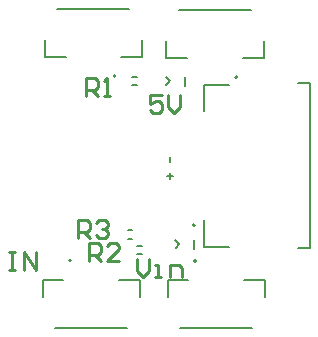
<source format=gto>
G04*
G04 #@! TF.GenerationSoftware,Altium Limited,Altium Designer,24.4.1 (13)*
G04*
G04 Layer_Color=65535*
%FSLAX44Y44*%
%MOMM*%
G71*
G04*
G04 #@! TF.SameCoordinates,60579931-1C11-4224-ADE3-228BDE75D65C*
G04*
G04*
G04 #@! TF.FilePolarity,Positive*
G04*
G01*
G75*
%ADD10C,0.2000*%
%ADD11C,0.1270*%
%ADD12C,0.1700*%
%ADD13C,0.2540*%
D10*
X1439000Y2662000D02*
G03*
X1439000Y2662000I-1000J0D01*
G01*
X1372000Y2788250D02*
G03*
X1372000Y2788250I-1000J0D01*
G01*
X1475000Y2787250D02*
G03*
X1475000Y2787250I-1000J0D01*
G01*
X1440000Y2631750D02*
G03*
X1440000Y2631750I-1000J0D01*
G01*
X1334250Y2632000D02*
G03*
X1334250Y2632000I-1000J0D01*
G01*
X1390000Y2637500D02*
X1394000D01*
X1390000Y2644500D02*
X1394000D01*
X1382000Y2650500D02*
X1386000D01*
X1382000Y2657500D02*
X1386000D01*
X1414375Y2787375D02*
X1417750Y2784000D01*
X1414500Y2780750D02*
X1417750Y2784000D01*
X1430500Y2779500D02*
Y2787750D01*
X1386000Y2787500D02*
X1390000D01*
X1386000Y2780500D02*
X1390000D01*
X1422375Y2649375D02*
X1425750Y2646000D01*
X1422500Y2642750D02*
X1425750Y2646000D01*
X1438500Y2641500D02*
Y2649750D01*
D11*
X1536000Y2643000D02*
Y2781500D01*
X1526500Y2782000D02*
X1535500D01*
X1536000Y2781500D01*
X1526500Y2643000D02*
X1536000D01*
X1446500Y2643500D02*
Y2666000D01*
Y2643500D02*
X1467500D01*
X1447000Y2758500D02*
Y2781000D01*
X1468000D01*
X1394250Y2804750D02*
Y2818950D01*
X1376600Y2804750D02*
X1394250D01*
X1311750D02*
Y2819050D01*
Y2804750D02*
X1329400D01*
X1322500Y2845250D02*
X1383400D01*
X1497250Y2803750D02*
Y2817950D01*
X1479600Y2803750D02*
X1497250D01*
X1414750D02*
Y2818050D01*
Y2803750D02*
X1432400D01*
X1425500Y2844250D02*
X1486400D01*
X1415750Y2601050D02*
Y2615250D01*
X1433400D01*
X1498250Y2600950D02*
Y2615250D01*
X1480600D02*
X1498250D01*
X1426600Y2574750D02*
X1487500D01*
X1310000Y2601300D02*
Y2615500D01*
X1327650D01*
X1392500Y2601200D02*
Y2615500D01*
X1374850D02*
X1392500D01*
X1320850Y2575000D02*
X1381750D01*
D12*
X1417915Y2701394D02*
Y2706059D01*
X1415583Y2703727D02*
X1420248D01*
X1417915Y2715389D02*
Y2720055D01*
D13*
X1340304Y2651382D02*
Y2666617D01*
X1347922D01*
X1350461Y2664078D01*
Y2659000D01*
X1347922Y2656461D01*
X1340304D01*
X1345383D02*
X1350461Y2651382D01*
X1355539Y2664078D02*
X1358078Y2666617D01*
X1363157D01*
X1365696Y2664078D01*
Y2661539D01*
X1363157Y2659000D01*
X1360618D01*
X1363157D01*
X1365696Y2656461D01*
Y2653922D01*
X1363157Y2651382D01*
X1358078D01*
X1355539Y2653922D01*
X1349304Y2631382D02*
Y2646617D01*
X1356922D01*
X1359461Y2644078D01*
Y2639000D01*
X1356922Y2636461D01*
X1349304D01*
X1354382D02*
X1359461Y2631382D01*
X1374696D02*
X1364539D01*
X1374696Y2641539D01*
Y2644078D01*
X1372157Y2646617D01*
X1367078D01*
X1364539Y2644078D01*
X1389956Y2633618D02*
Y2623461D01*
X1395034Y2618383D01*
X1400113Y2623461D01*
Y2633618D01*
X1405191Y2618383D02*
X1410270D01*
X1407730D01*
Y2628539D01*
X1405191D01*
X1417887Y2618383D02*
Y2628539D01*
X1425505D01*
X1428044Y2626000D01*
Y2618383D01*
X1346843Y2771382D02*
Y2786617D01*
X1354461D01*
X1357000Y2784078D01*
Y2779000D01*
X1354461Y2776461D01*
X1346843D01*
X1351922D02*
X1357000Y2771382D01*
X1362078D02*
X1367157D01*
X1364618D01*
Y2786617D01*
X1362078Y2784078D01*
X1411461Y2772617D02*
X1401304D01*
Y2765000D01*
X1406382Y2767539D01*
X1408922D01*
X1411461Y2765000D01*
Y2759922D01*
X1408922Y2757383D01*
X1403843D01*
X1401304Y2759922D01*
X1416539Y2772617D02*
Y2762461D01*
X1421617Y2757383D01*
X1426696Y2762461D01*
Y2772617D01*
X1281574Y2639618D02*
X1286652D01*
X1284113D01*
Y2624383D01*
X1281574D01*
X1286652D01*
X1294270D02*
Y2639618D01*
X1304426Y2624383D01*
Y2639618D01*
M02*

</source>
